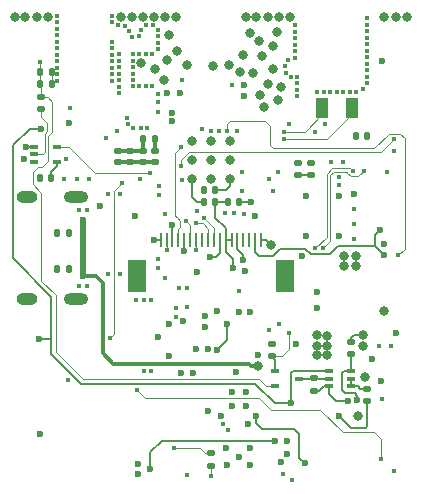
<source format=gbl>
%TF.GenerationSoftware,KiCad,Pcbnew,7.0.2-0*%
%TF.CreationDate,2023-07-17T22:15:49-04:00*%
%TF.ProjectId,ESPWatchS3,45535057-6174-4636-9853-332e6b696361,rev?*%
%TF.SameCoordinates,Original*%
%TF.FileFunction,Copper,L6,Bot*%
%TF.FilePolarity,Positive*%
%FSLAX46Y46*%
G04 Gerber Fmt 4.6, Leading zero omitted, Abs format (unit mm)*
G04 Created by KiCad (PCBNEW 7.0.2-0) date 2023-07-17 22:15:49*
%MOMM*%
%LPD*%
G01*
G04 APERTURE LIST*
G04 Aperture macros list*
%AMRoundRect*
0 Rectangle with rounded corners*
0 $1 Rounding radius*
0 $2 $3 $4 $5 $6 $7 $8 $9 X,Y pos of 4 corners*
0 Add a 4 corners polygon primitive as box body*
4,1,4,$2,$3,$4,$5,$6,$7,$8,$9,$2,$3,0*
0 Add four circle primitives for the rounded corners*
1,1,$1+$1,$2,$3*
1,1,$1+$1,$4,$5*
1,1,$1+$1,$6,$7*
1,1,$1+$1,$8,$9*
0 Add four rect primitives between the rounded corners*
20,1,$1+$1,$2,$3,$4,$5,0*
20,1,$1+$1,$4,$5,$6,$7,0*
20,1,$1+$1,$6,$7,$8,$9,0*
20,1,$1+$1,$8,$9,$2,$3,0*%
G04 Aperture macros list end*
%TA.AperFunction,ComponentPad*%
%ADD10O,2.100000X1.000000*%
%TD*%
%TA.AperFunction,ComponentPad*%
%ADD11O,1.800000X1.000000*%
%TD*%
%TA.AperFunction,SMDPad,CuDef*%
%ADD12RoundRect,0.140000X-0.170000X0.140000X-0.170000X-0.140000X0.170000X-0.140000X0.170000X0.140000X0*%
%TD*%
%TA.AperFunction,SMDPad,CuDef*%
%ADD13RoundRect,0.140000X0.140000X0.170000X-0.140000X0.170000X-0.140000X-0.170000X0.140000X-0.170000X0*%
%TD*%
%TA.AperFunction,SMDPad,CuDef*%
%ADD14RoundRect,0.135000X-0.185000X0.135000X-0.185000X-0.135000X0.185000X-0.135000X0.185000X0.135000X0*%
%TD*%
%TA.AperFunction,SMDPad,CuDef*%
%ADD15RoundRect,0.135000X-0.135000X-0.185000X0.135000X-0.185000X0.135000X0.185000X-0.135000X0.185000X0*%
%TD*%
%TA.AperFunction,SMDPad,CuDef*%
%ADD16RoundRect,0.140000X-0.140000X-0.170000X0.140000X-0.170000X0.140000X0.170000X-0.140000X0.170000X0*%
%TD*%
%TA.AperFunction,SMDPad,CuDef*%
%ADD17R,0.650000X0.400000*%
%TD*%
%TA.AperFunction,SMDPad,CuDef*%
%ADD18RoundRect,0.147500X0.147500X0.172500X-0.147500X0.172500X-0.147500X-0.172500X0.147500X-0.172500X0*%
%TD*%
%TA.AperFunction,SMDPad,CuDef*%
%ADD19RoundRect,0.135000X0.185000X-0.135000X0.185000X0.135000X-0.185000X0.135000X-0.185000X-0.135000X0*%
%TD*%
%TA.AperFunction,SMDPad,CuDef*%
%ADD20R,0.700000X0.450000*%
%TD*%
%TA.AperFunction,SMDPad,CuDef*%
%ADD21RoundRect,0.135000X0.135000X0.185000X-0.135000X0.185000X-0.135000X-0.185000X0.135000X-0.185000X0*%
%TD*%
%TA.AperFunction,SMDPad,CuDef*%
%ADD22R,1.000000X1.800000*%
%TD*%
%TA.AperFunction,SMDPad,CuDef*%
%ADD23R,0.250000X1.300000*%
%TD*%
%TA.AperFunction,SMDPad,CuDef*%
%ADD24R,1.600000X2.800000*%
%TD*%
%TA.AperFunction,ViaPad*%
%ADD25C,0.450000*%
%TD*%
%TA.AperFunction,ViaPad*%
%ADD26C,0.600000*%
%TD*%
%TA.AperFunction,ViaPad*%
%ADD27C,0.800000*%
%TD*%
%TA.AperFunction,Conductor*%
%ADD28C,0.100000*%
%TD*%
%TA.AperFunction,Conductor*%
%ADD29C,0.200000*%
%TD*%
%TA.AperFunction,Conductor*%
%ADD30C,0.300000*%
%TD*%
%TA.AperFunction,Conductor*%
%ADD31C,0.500000*%
%TD*%
G04 APERTURE END LIST*
D10*
X32605000Y-33180000D03*
D11*
X28425000Y-33180000D03*
D10*
X32605000Y-41820000D03*
D11*
X28425000Y-41820000D03*
D12*
X36115000Y-29270000D03*
X36115000Y-30230000D03*
D13*
X30480000Y-31575000D03*
X29520000Y-31575000D03*
D14*
X49150000Y-45640000D03*
X49150000Y-46660000D03*
D13*
X30530000Y-22600000D03*
X29570000Y-22600000D03*
D14*
X29600000Y-24740000D03*
X29600000Y-25760000D03*
D12*
X39265000Y-29270000D03*
X39265000Y-30230000D03*
D15*
X29540000Y-23650000D03*
X30560000Y-23650000D03*
D16*
X45420000Y-33600000D03*
X46380000Y-33600000D03*
D17*
X29050000Y-30225000D03*
X29050000Y-29575000D03*
X29050000Y-28925000D03*
X30950000Y-28925000D03*
X30950000Y-30225000D03*
D12*
X38215000Y-29270000D03*
X38215000Y-30230000D03*
X37165000Y-29270000D03*
X37165000Y-30230000D03*
D18*
X39250000Y-28250000D03*
X38280000Y-28250000D03*
D12*
X52450000Y-30320000D03*
X52450000Y-31280000D03*
D16*
X56270000Y-28000000D03*
X57230000Y-28000000D03*
D19*
X55900000Y-46510000D03*
X55900000Y-45490000D03*
D20*
X49450000Y-49200000D03*
X49450000Y-47900000D03*
X51450000Y-48550000D03*
D13*
X44380000Y-33600000D03*
X43420000Y-33600000D03*
D14*
X44000000Y-54890000D03*
X44000000Y-55910000D03*
D21*
X31960000Y-36250000D03*
X30940000Y-36250000D03*
D14*
X52750000Y-48540000D03*
X52750000Y-49560000D03*
D22*
X53450000Y-25600000D03*
X55950000Y-25600000D03*
D17*
X54000000Y-49200000D03*
X54000000Y-48550000D03*
X54000000Y-47900000D03*
X55900000Y-47900000D03*
X55900000Y-48550000D03*
X55900000Y-49200000D03*
D21*
X31960000Y-39250000D03*
X30940000Y-39250000D03*
D23*
X48250000Y-36800000D03*
X47750000Y-36800000D03*
X47250000Y-36800000D03*
X46750000Y-36800000D03*
X46250000Y-36800000D03*
X45750000Y-36800000D03*
X45250000Y-36800000D03*
X44750000Y-36800000D03*
X44250000Y-36800000D03*
X43750000Y-36800000D03*
X43250000Y-36800000D03*
X42750000Y-36800000D03*
X42250000Y-36800000D03*
X41750000Y-36800000D03*
X41250000Y-36800000D03*
X40750000Y-36800000D03*
X40250000Y-36800000D03*
X39750000Y-36800000D03*
D24*
X50250000Y-39880000D03*
X37750000Y-39880000D03*
D19*
X57250000Y-50410000D03*
X57250000Y-49390000D03*
D12*
X51400000Y-30320000D03*
X51400000Y-31280000D03*
D16*
X43420000Y-32550000D03*
X44380000Y-32550000D03*
D25*
X56900000Y-24050000D03*
X41950000Y-56700000D03*
X36700000Y-18700000D03*
D26*
X45300000Y-54450000D03*
X40300000Y-24370000D03*
D27*
X30200000Y-17900000D03*
D25*
X39550000Y-19550000D03*
D26*
X28350000Y-28950000D03*
D25*
X35600000Y-23350000D03*
X31000000Y-19500000D03*
X38500000Y-21100000D03*
X57200000Y-23000000D03*
D26*
X47350000Y-54450000D03*
D27*
X46950000Y-17900000D03*
D25*
X35600000Y-20600000D03*
X35600000Y-22800000D03*
D26*
X57230000Y-28000000D03*
D25*
X37400000Y-22750000D03*
D27*
X58700000Y-42850000D03*
D25*
X30940000Y-39250000D03*
X59550000Y-29310000D03*
X36200000Y-22750000D03*
X39100000Y-18650000D03*
X31000000Y-18400000D03*
D26*
X32000000Y-26870000D03*
D27*
X48350000Y-21200000D03*
X49600000Y-19200000D03*
D25*
X51100000Y-20300000D03*
X36900000Y-26450000D03*
D26*
X43750000Y-46050000D03*
D25*
X38500000Y-23800000D03*
X51100000Y-19750000D03*
X35600000Y-21150000D03*
D26*
X59650000Y-44660000D03*
D27*
X44000000Y-30050000D03*
X45600000Y-30050000D03*
D25*
X35600000Y-20050000D03*
X39550000Y-20650000D03*
D26*
X46900000Y-39450000D03*
X46950000Y-49650000D03*
X47300000Y-42950000D03*
X47350000Y-55850000D03*
D25*
X53000000Y-24250000D03*
D27*
X49900000Y-23850000D03*
D25*
X38050000Y-27350000D03*
X53550000Y-24250000D03*
D27*
X42000000Y-22000000D03*
X42400000Y-30050000D03*
X49250000Y-20400000D03*
X48800000Y-17900000D03*
D25*
X39550000Y-19000000D03*
X36150000Y-18600000D03*
D26*
X58700000Y-37120000D03*
D25*
X32850000Y-40700000D03*
D27*
X47550000Y-22650000D03*
D25*
X51100000Y-18650000D03*
D26*
X41680239Y-43707351D03*
D27*
X56850000Y-45750000D03*
D25*
X57200000Y-20250000D03*
X55200000Y-24250000D03*
X38500000Y-18650000D03*
D27*
X49750000Y-17900000D03*
D25*
X36200000Y-23300000D03*
D27*
X39250000Y-22300000D03*
D25*
X51300000Y-24100000D03*
D27*
X58700000Y-17950000D03*
D25*
X54100000Y-24250000D03*
D26*
X45750000Y-50850000D03*
X44862500Y-51700000D03*
X50430000Y-53800000D03*
D25*
X31000000Y-20050000D03*
X31000000Y-17850000D03*
D27*
X44200000Y-22050000D03*
D26*
X52950000Y-41250000D03*
X54850000Y-36500000D03*
X46350000Y-55150000D03*
D27*
X44000000Y-31650000D03*
D25*
X37950000Y-19550000D03*
X37400000Y-23800000D03*
D26*
X41350000Y-24370000D03*
D25*
X57200000Y-21350000D03*
D27*
X42400000Y-28450000D03*
X41050000Y-17900000D03*
X49250000Y-22300000D03*
D25*
X57200000Y-22450000D03*
D26*
X46950000Y-50850000D03*
D25*
X55750000Y-24250000D03*
D26*
X36115000Y-30230000D03*
X37850000Y-55750000D03*
D25*
X51100000Y-20850000D03*
D26*
X41750000Y-37779965D03*
D27*
X56850000Y-44850000D03*
D26*
X44500000Y-42850000D03*
D25*
X56300000Y-24250000D03*
D26*
X57650000Y-46850000D03*
D27*
X40050000Y-23250000D03*
D26*
X45750000Y-49650000D03*
D27*
X40300000Y-21600000D03*
D25*
X31930000Y-48700000D03*
D27*
X38250000Y-17900000D03*
D26*
X52450000Y-31280000D03*
D27*
X50700000Y-17900000D03*
X42400000Y-31650000D03*
X45600000Y-31650000D03*
X29250000Y-17900000D03*
D25*
X57200000Y-19150000D03*
D26*
X47750000Y-34750000D03*
D25*
X50300000Y-22100000D03*
D27*
X45550000Y-22000000D03*
X40100000Y-17900000D03*
X46450000Y-22550000D03*
D25*
X38050000Y-19000000D03*
X50750000Y-23050000D03*
D27*
X59650000Y-17950000D03*
D25*
X57200000Y-18600000D03*
D27*
X41100000Y-20800000D03*
D26*
X52050000Y-33100000D03*
D25*
X39500000Y-25950000D03*
D26*
X42500000Y-48050000D03*
X43500000Y-44150000D03*
D27*
X28300000Y-17900000D03*
D25*
X31000000Y-20600000D03*
X32650000Y-31630000D03*
X37400000Y-21100000D03*
D27*
X39200000Y-17900000D03*
D26*
X40500000Y-46650500D03*
D25*
X37400000Y-23300000D03*
D27*
X48850000Y-23650000D03*
X27400000Y-17900000D03*
D25*
X31000000Y-23350000D03*
D27*
X47350000Y-19300000D03*
D25*
X39050000Y-23800000D03*
X50550000Y-21550000D03*
X31000000Y-18950000D03*
X37950000Y-23800000D03*
D26*
X46100000Y-48000000D03*
D25*
X36200000Y-21650000D03*
X35600000Y-17850000D03*
D26*
X39150000Y-36800000D03*
X51200000Y-45600000D03*
D25*
X31000000Y-21150000D03*
X51300000Y-24650000D03*
D26*
X47107482Y-52405772D03*
X50430000Y-54900000D03*
X45350000Y-55850000D03*
D25*
X37350000Y-19600000D03*
D27*
X48500000Y-25550000D03*
D25*
X35600000Y-22250000D03*
D27*
X44000000Y-28450000D03*
D25*
X37000000Y-27000000D03*
D27*
X56425000Y-51750000D03*
D26*
X46850000Y-23670000D03*
X37600000Y-34750000D03*
D27*
X57015082Y-48404006D03*
X36400000Y-17900000D03*
D25*
X41520000Y-23250000D03*
X31000000Y-22800000D03*
D26*
X56100000Y-32900000D03*
X47400000Y-33600000D03*
X43750000Y-51330000D03*
D25*
X30950000Y-36250000D03*
D26*
X51400000Y-31280000D03*
D25*
X51300000Y-23000000D03*
X36200000Y-21100000D03*
D27*
X47850000Y-17900000D03*
X49650000Y-25000000D03*
X60600000Y-17950000D03*
D25*
X59260000Y-45750000D03*
D27*
X48100000Y-20000000D03*
D26*
X43900000Y-38250000D03*
D25*
X31000000Y-21700000D03*
X38600000Y-27350000D03*
X45800000Y-23670000D03*
X33500000Y-34300000D03*
X54650000Y-24250000D03*
X51100000Y-19200000D03*
X31000000Y-22250000D03*
D26*
X54850000Y-33100000D03*
D25*
X50350000Y-22650000D03*
X33500000Y-40700000D03*
D26*
X48000000Y-46550000D03*
X40500000Y-43899500D03*
D25*
X37950000Y-21100000D03*
D27*
X46750000Y-21150000D03*
D26*
X29520000Y-31575000D03*
D25*
X51100000Y-21400000D03*
X57200000Y-23550000D03*
D27*
X37300000Y-17900000D03*
X40500000Y-19500000D03*
D26*
X52050000Y-36500000D03*
D25*
X30530000Y-22600000D03*
D26*
X37850000Y-56650000D03*
X49981364Y-55592902D03*
D27*
X45600000Y-28450000D03*
D26*
X51750000Y-38150000D03*
D25*
X35600000Y-18400000D03*
X57200000Y-19700000D03*
X51300000Y-23550000D03*
X37400000Y-21650000D03*
X39050000Y-21100000D03*
D26*
X46750000Y-38500000D03*
D25*
X39550000Y-20100000D03*
X37100000Y-19100000D03*
X37450000Y-27350000D03*
X39500000Y-24450000D03*
X36200000Y-22200000D03*
X57200000Y-20800000D03*
X59500000Y-56400000D03*
X57200000Y-18050000D03*
D26*
X55580000Y-50450000D03*
D25*
X35600000Y-21700000D03*
D27*
X38050000Y-21850000D03*
D25*
X32850000Y-34300000D03*
X39500000Y-25150000D03*
X37400000Y-22200000D03*
D27*
X48150000Y-24500000D03*
D25*
X36200000Y-23850000D03*
X57200000Y-21900000D03*
X36200000Y-24400000D03*
D26*
X38850000Y-56200000D03*
X49470000Y-53800000D03*
X49150000Y-45650000D03*
X46400000Y-42950000D03*
X36115000Y-29270000D03*
D25*
X31600000Y-31660000D03*
D27*
X53800000Y-44950000D03*
D26*
X41500000Y-48050000D03*
D25*
X40900000Y-54450000D03*
D27*
X53800000Y-45750000D03*
D26*
X42750000Y-46050000D03*
X39500000Y-45000000D03*
D25*
X33700000Y-31660000D03*
D27*
X53000000Y-45750000D03*
D26*
X52950000Y-42550000D03*
X34650000Y-33910000D03*
X58449500Y-48725000D03*
X52450000Y-30320000D03*
D27*
X53000000Y-44900000D03*
D26*
X43420000Y-32550000D03*
X46850000Y-24630000D03*
X56270000Y-28000000D03*
X40730000Y-35550000D03*
X40700000Y-26750000D03*
D27*
X53800000Y-46550000D03*
D26*
X40700000Y-26050000D03*
X45838428Y-39212947D03*
X28150000Y-29970000D03*
X29575000Y-53275000D03*
X58450000Y-21700000D03*
X30500000Y-31575000D03*
D25*
X38000000Y-31660000D03*
D27*
X56300000Y-39050000D03*
D26*
X51400000Y-30320000D03*
X43500000Y-43220000D03*
D27*
X55300000Y-38150000D03*
D26*
X42850000Y-39500000D03*
D27*
X53000000Y-46550000D03*
X56250000Y-38150000D03*
X55300000Y-39050000D03*
D26*
X29450000Y-45200000D03*
X29600000Y-27400000D03*
X50750000Y-50650000D03*
X54875000Y-51750000D03*
X33150000Y-39900000D03*
X33150000Y-35100000D03*
D27*
X48000000Y-47500000D03*
D26*
X58700000Y-38080000D03*
X58350000Y-36000000D03*
X39250000Y-28250000D03*
D25*
X35100000Y-28140000D03*
X31750000Y-29950000D03*
X41500000Y-28950000D03*
X29575000Y-21725000D03*
X59550000Y-28290000D03*
X41450000Y-30550000D03*
X37750000Y-49500000D03*
X41575498Y-31758969D03*
X37650000Y-41900000D03*
X58400000Y-55390000D03*
X35500000Y-45100000D03*
X36474500Y-32000000D03*
D26*
X47850000Y-51700000D03*
X51950000Y-55737500D03*
D25*
X54850000Y-32150000D03*
X50650000Y-44650000D03*
D27*
X49100000Y-37200000D03*
D25*
X31960000Y-36250000D03*
X39522249Y-39199503D03*
X46000000Y-34550000D03*
X39500000Y-38400000D03*
X45174500Y-34550000D03*
X31960000Y-39250000D03*
X43400000Y-34925000D03*
X42750000Y-35400000D03*
X42750000Y-37700000D03*
X46250000Y-27550000D03*
X41889477Y-35210523D03*
X44650000Y-27625498D03*
X40250000Y-37700000D03*
X32050000Y-25600000D03*
X43253875Y-27414662D03*
D26*
X56400000Y-50400000D03*
D25*
X39650000Y-32250000D03*
X45489477Y-52889477D03*
X38300000Y-47874500D03*
X38300000Y-41900000D03*
X45000000Y-52414477D03*
X39650000Y-33000000D03*
X38948187Y-47915822D03*
X38949503Y-41900000D03*
X58450000Y-50300000D03*
X54850000Y-31500497D03*
X58250000Y-45750000D03*
X45350000Y-27625498D03*
X59850000Y-38110000D03*
X46800000Y-34650000D03*
X44000000Y-56800000D03*
X41950000Y-42450000D03*
X53523771Y-37472775D03*
X35300000Y-32890000D03*
X49796045Y-43925000D03*
X41950000Y-40900000D03*
X50900000Y-57100000D03*
X41050000Y-43350000D03*
X35300000Y-39700000D03*
X56950000Y-30972366D03*
X41039477Y-42550000D03*
X36350000Y-39700000D03*
X48950000Y-44400000D03*
X36350000Y-32890000D03*
X56036564Y-30963436D03*
X52850000Y-37475500D03*
X41300497Y-40900000D03*
X50076207Y-56625500D03*
X44000000Y-27625498D03*
X36050000Y-27550000D03*
D26*
X45400000Y-43950000D03*
X44550000Y-46100000D03*
D25*
X52840497Y-27700000D03*
X58950000Y-31050000D03*
X38850000Y-31150000D03*
X42850000Y-34400000D03*
X40078920Y-34650000D03*
X46350000Y-41150000D03*
X40150000Y-40050000D03*
X46625500Y-31050000D03*
X55150000Y-30200000D03*
X54150000Y-30175500D03*
X46600000Y-32650000D03*
X49275500Y-32704455D03*
X56100000Y-34150000D03*
X56112500Y-36705000D03*
X48902208Y-31660116D03*
X49667445Y-31082555D03*
X56100000Y-35450000D03*
X50650000Y-26992206D03*
X53650000Y-26992206D03*
X50200000Y-28299503D03*
X50200000Y-27650000D03*
D28*
X45350000Y-27000000D02*
X45600000Y-26750000D01*
X49250000Y-29050000D02*
X57850000Y-29050000D01*
X48600000Y-26750000D02*
X49000000Y-27150000D01*
X45350000Y-27625498D02*
X45350000Y-27000000D01*
X60400000Y-28200000D02*
X60400000Y-37560000D01*
X49000000Y-28800000D02*
X49250000Y-29050000D01*
X45600000Y-26750000D02*
X48600000Y-26750000D01*
X60015000Y-27815000D02*
X60400000Y-28200000D01*
X49000000Y-27150000D02*
X49000000Y-28800000D01*
X57850000Y-29050000D02*
X59085000Y-27815000D01*
X59085000Y-27815000D02*
X60015000Y-27815000D01*
X60400000Y-37560000D02*
X59850000Y-38110000D01*
D29*
X44380000Y-32550000D02*
X45300000Y-32550000D01*
X41750000Y-36800000D02*
X41750000Y-37779965D01*
X28375000Y-28925000D02*
X28350000Y-28950000D01*
X54000000Y-49850000D02*
X54000000Y-49200000D01*
X55900000Y-45490000D02*
X55900000Y-45100000D01*
X42800000Y-33600000D02*
X42400000Y-33200000D01*
X46250000Y-37600000D02*
X46250000Y-36800000D01*
D30*
X36135000Y-30250000D02*
X39245000Y-30250000D01*
D29*
X54600000Y-50450000D02*
X54000000Y-49850000D01*
D28*
X30530000Y-22600000D02*
X30530000Y-23620000D01*
D29*
X42400000Y-33200000D02*
X42400000Y-31650000D01*
X44750000Y-37900000D02*
X44750000Y-36800000D01*
X45300000Y-32550000D02*
X45600000Y-32250000D01*
X53550000Y-49200000D02*
X54000000Y-49200000D01*
X52750000Y-49560000D02*
X53190000Y-49560000D01*
X45600000Y-32250000D02*
X45600000Y-31650000D01*
X43900000Y-38250000D02*
X44400000Y-38250000D01*
X55900000Y-45100000D02*
X56150000Y-44850000D01*
X44400000Y-38250000D02*
X44750000Y-37900000D01*
X53190000Y-49560000D02*
X53550000Y-49200000D01*
X51400000Y-31280000D02*
X52450000Y-31280000D01*
D30*
X36115000Y-30230000D02*
X36135000Y-30250000D01*
D29*
X29050000Y-28925000D02*
X28375000Y-28925000D01*
X55580000Y-50450000D02*
X54600000Y-50450000D01*
D28*
X30530000Y-23620000D02*
X30560000Y-23650000D01*
D29*
X39750000Y-36800000D02*
X39150000Y-36800000D01*
X46750000Y-38100000D02*
X46250000Y-37600000D01*
X56150000Y-44850000D02*
X56850000Y-44850000D01*
X43420000Y-33600000D02*
X42800000Y-33600000D01*
X46750000Y-38500000D02*
X46750000Y-38100000D01*
X46380000Y-33600000D02*
X47400000Y-33600000D01*
X35950000Y-30230000D02*
X35950000Y-30250000D01*
X49470000Y-53800000D02*
X39850000Y-53800000D01*
X38850000Y-54800000D02*
X38850000Y-56200000D01*
X39850000Y-53800000D02*
X38850000Y-54800000D01*
X40750000Y-36800000D02*
X40750000Y-35570000D01*
X30500000Y-31025000D02*
X30500000Y-31575000D01*
D28*
X44000000Y-54890000D02*
X43540000Y-54890000D01*
D29*
X45420000Y-33600000D02*
X44380000Y-33600000D01*
X45838428Y-38438428D02*
X45838428Y-39212947D01*
D30*
X35950000Y-29250000D02*
X35950000Y-29270000D01*
D29*
X30950000Y-30575000D02*
X30500000Y-31025000D01*
X30950000Y-30225000D02*
X30950000Y-30575000D01*
X30480000Y-31575000D02*
X30500000Y-31575000D01*
X45250000Y-37850000D02*
X45838428Y-38438428D01*
D30*
X38050000Y-29270000D02*
X35950000Y-29250000D01*
D29*
X45250000Y-36800000D02*
X45250000Y-35800000D01*
X44380000Y-34930000D02*
X44380000Y-33600000D01*
X38115000Y-29205000D02*
X38050000Y-29270000D01*
X45250000Y-36800000D02*
X45750000Y-36800000D01*
X45250000Y-35800000D02*
X44380000Y-34930000D01*
D28*
X43540000Y-54890000D02*
X43100000Y-54450000D01*
X43100000Y-54450000D02*
X40900000Y-54450000D01*
D30*
X38215000Y-29270000D02*
X38215000Y-28315000D01*
D29*
X40750000Y-35570000D02*
X40730000Y-35550000D01*
X45250000Y-36800000D02*
X45250000Y-37850000D01*
X33025000Y-48975000D02*
X47725000Y-48975000D01*
X57100000Y-52750000D02*
X57250000Y-52600000D01*
X50750000Y-48075000D02*
X50750000Y-50650000D01*
X49400000Y-50650000D02*
X50750000Y-50650000D01*
X50925000Y-47900000D02*
X50750000Y-48075000D01*
X28650000Y-27400000D02*
X27250000Y-28800000D01*
X27250000Y-28800000D02*
X27250000Y-32823629D01*
X27225000Y-32848629D02*
X27225000Y-38325000D01*
X27250000Y-32823629D02*
X27225000Y-32848629D01*
X29450000Y-45200000D02*
X30500000Y-45200000D01*
X47725000Y-48975000D02*
X49400000Y-50650000D01*
X30500000Y-41600000D02*
X30500000Y-45200000D01*
X27225000Y-38325000D02*
X30500000Y-41600000D01*
X55875000Y-52750000D02*
X57100000Y-52750000D01*
X57250000Y-52600000D02*
X57250000Y-50410000D01*
X54000000Y-47900000D02*
X50925000Y-47900000D01*
X30500000Y-45200000D02*
X30500000Y-46450000D01*
X29600000Y-27400000D02*
X28650000Y-27400000D01*
X54875000Y-51750000D02*
X55875000Y-52750000D01*
X30500000Y-46450000D02*
X33025000Y-48975000D01*
D30*
X48000000Y-47500000D02*
X47400000Y-47500000D01*
X47400000Y-47500000D02*
X47200000Y-47300000D01*
X34850000Y-46400000D02*
X34850000Y-40450000D01*
X47200000Y-47300000D02*
X35750000Y-47300000D01*
X34850000Y-40450000D02*
X34300000Y-39900000D01*
X34300000Y-39900000D02*
X33150000Y-39900000D01*
X35750000Y-47300000D02*
X34850000Y-46400000D01*
D31*
X33150000Y-39900000D02*
X33150000Y-35100000D01*
D29*
X57920000Y-37300000D02*
X58700000Y-38080000D01*
X49850000Y-37550000D02*
X51998529Y-37550000D01*
X58350000Y-36000000D02*
X57920000Y-36430000D01*
X51998529Y-37550000D02*
X52448529Y-38000000D01*
X57920000Y-36430000D02*
X57920000Y-37300000D01*
X54800000Y-37300000D02*
X57920000Y-37300000D01*
X54100000Y-38000000D02*
X54800000Y-37300000D01*
X48100000Y-38150000D02*
X49250000Y-38150000D01*
X47750000Y-37800000D02*
X48100000Y-38150000D01*
X52448529Y-38000000D02*
X54100000Y-38000000D01*
X47750000Y-36800000D02*
X47750000Y-37800000D01*
X49250000Y-38150000D02*
X49850000Y-37550000D01*
D30*
X39250000Y-28247500D02*
X39250000Y-29252500D01*
D28*
X41250000Y-36050000D02*
X41250000Y-35850000D01*
X41400000Y-35700000D02*
X41400000Y-35200000D01*
X41400000Y-35200000D02*
X41100000Y-34900000D01*
X40975000Y-29475000D02*
X41500000Y-28950000D01*
X40975000Y-34775000D02*
X40975000Y-29475000D01*
X41250000Y-35850000D02*
X41400000Y-35700000D01*
X41250000Y-36800000D02*
X41250000Y-36050000D01*
X41100000Y-34900000D02*
X40975000Y-34775000D01*
X29600000Y-24740000D02*
X29600000Y-23710000D01*
X29650000Y-32800000D02*
X28950000Y-32100000D01*
X49450000Y-49200000D02*
X48650000Y-49200000D01*
X45244974Y-48605026D02*
X33150000Y-48605026D01*
X29325000Y-30675000D02*
X29675000Y-30675000D01*
X33150000Y-48605026D02*
X30850000Y-46305026D01*
X29675000Y-30675000D02*
X30250000Y-30100000D01*
X30250000Y-28000000D02*
X30550000Y-27700000D01*
X30550000Y-25100000D02*
X30190000Y-24740000D01*
X30850000Y-46305026D02*
X30850000Y-41455025D01*
X29575000Y-23615000D02*
X29540000Y-23650000D01*
X48050000Y-48600000D02*
X45250000Y-48600000D01*
X45250000Y-48600000D02*
X45244974Y-48605026D01*
X28950000Y-31050000D02*
X29325000Y-30675000D01*
X29600000Y-23710000D02*
X29540000Y-23650000D01*
X29575000Y-21725000D02*
X29575000Y-23615000D01*
X48650000Y-49200000D02*
X48050000Y-48600000D01*
X30850000Y-41455025D02*
X29650000Y-40255025D01*
X28950000Y-32100000D02*
X28950000Y-31050000D01*
X30190000Y-24740000D02*
X29600000Y-24740000D01*
X30550000Y-27700000D02*
X30550000Y-25100000D01*
X30250000Y-30100000D02*
X30250000Y-28000000D01*
X29650000Y-40255025D02*
X29650000Y-32800000D01*
X58440000Y-29400000D02*
X42130761Y-29400000D01*
X41450000Y-30080761D02*
X41450000Y-30550000D01*
X42130761Y-29400000D02*
X41450000Y-30080761D01*
X59550000Y-28290000D02*
X58440000Y-29400000D01*
X55150000Y-53100000D02*
X53250000Y-51200000D01*
X57850000Y-53100000D02*
X55150000Y-53100000D01*
X49100000Y-51200000D02*
X48100000Y-50200000D01*
X58400000Y-53650000D02*
X57850000Y-53100000D01*
X53250000Y-51200000D02*
X49100000Y-51200000D01*
X48100000Y-50200000D02*
X38450000Y-50200000D01*
X38450000Y-50200000D02*
X37750000Y-49500000D01*
X58400000Y-55390000D02*
X58400000Y-53650000D01*
X35800000Y-44800000D02*
X35800000Y-32674500D01*
X35800000Y-32674500D02*
X36474500Y-32000000D01*
X35500000Y-45100000D02*
X35800000Y-44800000D01*
D29*
X47850000Y-52300000D02*
X47850000Y-51700000D01*
X51050000Y-52800000D02*
X48350000Y-52800000D01*
X51950000Y-55737500D02*
X51450000Y-55237500D01*
X48350000Y-52800000D02*
X47850000Y-52300000D01*
X51450000Y-53200000D02*
X51050000Y-52800000D01*
X51450000Y-55237500D02*
X51450000Y-53200000D01*
X49450000Y-47900000D02*
X49450000Y-46960000D01*
D28*
X50650000Y-44650000D02*
X50650000Y-46050000D01*
D29*
X49450000Y-46960000D02*
X49150000Y-46660000D01*
D28*
X50040000Y-46660000D02*
X49150000Y-46660000D01*
X50650000Y-46050000D02*
X50040000Y-46660000D01*
D29*
X51450000Y-48550000D02*
X54000000Y-48550000D01*
X49100000Y-37200000D02*
X48700000Y-36800000D01*
X48700000Y-36800000D02*
X48250000Y-36800000D01*
D28*
X44250000Y-35775000D02*
X43400000Y-34925000D01*
X44250000Y-36800000D02*
X44250000Y-35775000D01*
X43750000Y-35850000D02*
X43750000Y-36800000D01*
X43300000Y-35400000D02*
X43750000Y-35850000D01*
X42750000Y-35400000D02*
X43300000Y-35400000D01*
X42750000Y-36800000D02*
X42750000Y-37700000D01*
X41889477Y-35210523D02*
X42250000Y-35571046D01*
X42250000Y-35571046D02*
X42250000Y-36800000D01*
X40250000Y-36800000D02*
X40250000Y-37700000D01*
D29*
X55350000Y-49800000D02*
X55100000Y-49550000D01*
X55300000Y-47900000D02*
X55900000Y-47900000D01*
X55100000Y-48100000D02*
X55300000Y-47900000D01*
X55900000Y-46510000D02*
X55900000Y-47900000D01*
X56400000Y-50000000D02*
X56200000Y-49800000D01*
X55100000Y-49550000D02*
X55100000Y-48100000D01*
X56400000Y-50400000D02*
X56400000Y-50000000D01*
X56200000Y-49800000D02*
X55350000Y-49800000D01*
X56450000Y-49200000D02*
X56640000Y-49390000D01*
X55900000Y-49200000D02*
X56450000Y-49200000D01*
X56640000Y-49390000D02*
X57250000Y-49390000D01*
X55900000Y-49200000D02*
X55900000Y-48550000D01*
D28*
X44000000Y-55910000D02*
X44000000Y-56800000D01*
X29950000Y-29400000D02*
X29775000Y-29575000D01*
X30150000Y-27627818D02*
X29950000Y-27827818D01*
X29600000Y-26400000D02*
X30150000Y-26950000D01*
X29775000Y-29575000D02*
X29050000Y-29575000D01*
X29950000Y-27827818D02*
X29950000Y-29400000D01*
X29600000Y-25760000D02*
X29600000Y-26400000D01*
X30150000Y-26950000D02*
X30150000Y-27627818D01*
X54100000Y-31324264D02*
X54100000Y-36896546D01*
X54100000Y-36896546D02*
X53523771Y-37472775D01*
X55550000Y-31100000D02*
X55475497Y-31025497D01*
X55839812Y-31438436D02*
X55550000Y-31148624D01*
X55550000Y-31148624D02*
X55550000Y-31100000D01*
X56483930Y-31438436D02*
X55839812Y-31438436D01*
X55475497Y-31025497D02*
X54398767Y-31025497D01*
X54398767Y-31025497D02*
X54100000Y-31324264D01*
X56950000Y-30972366D02*
X56483930Y-31438436D01*
X55773128Y-30700000D02*
X56036564Y-30963436D01*
X53800000Y-36525500D02*
X53800000Y-31200000D01*
X52850000Y-37475500D02*
X53800000Y-36525500D01*
X54300000Y-30700000D02*
X55773128Y-30700000D01*
X53800000Y-31200000D02*
X54300000Y-30700000D01*
D29*
X45400000Y-45250000D02*
X44550000Y-46100000D01*
X45400000Y-43950000D02*
X45400000Y-45250000D01*
D28*
X34200000Y-31150000D02*
X38850000Y-31150000D01*
X30950000Y-28925000D02*
X31975000Y-28925000D01*
X31975000Y-28925000D02*
X34200000Y-31150000D01*
X53823383Y-28276617D02*
X55950000Y-26150000D01*
X55950000Y-26150000D02*
X55950000Y-25600000D01*
X50222886Y-28276617D02*
X53823383Y-28276617D01*
X50200000Y-28299503D02*
X50222886Y-28276617D01*
X51950000Y-27650000D02*
X53450000Y-26150000D01*
X50200000Y-27650000D02*
X51950000Y-27650000D01*
X53450000Y-26150000D02*
X53450000Y-25600000D01*
M02*

</source>
